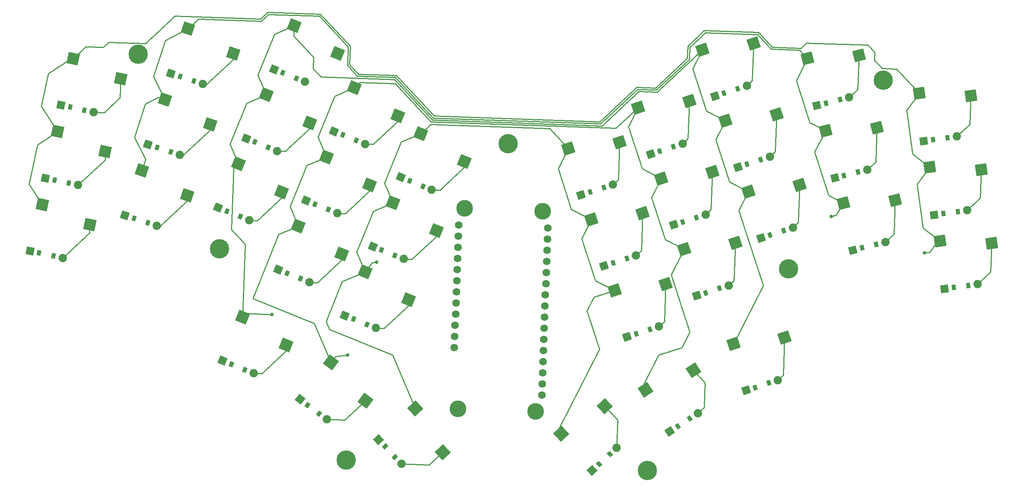
<source format=gbr>
%TF.GenerationSoftware,KiCad,Pcbnew,9.0.0*%
%TF.CreationDate,2025-06-15T19:28:49-07:00*%
%TF.ProjectId,flexible-determinist,666c6578-6962-46c6-952d-64657465726d,v1.0.0*%
%TF.SameCoordinates,Original*%
%TF.FileFunction,Copper,L2,Bot*%
%TF.FilePolarity,Positive*%
%FSLAX46Y46*%
G04 Gerber Fmt 4.6, Leading zero omitted, Abs format (unit mm)*
G04 Created by KiCad (PCBNEW 9.0.0) date 2025-06-15 19:28:49*
%MOMM*%
%LPD*%
G01*
G04 APERTURE LIST*
G04 Aperture macros list*
%AMRotRect*
0 Rectangle, with rotation*
0 The origin of the aperture is its center*
0 $1 length*
0 $2 width*
0 $3 Rotation angle, in degrees counterclockwise*
0 Add horizontal line*
21,1,$1,$2,0,0,$3*%
G04 Aperture macros list end*
%TA.AperFunction,SMDPad,CuDef*%
%ADD10RotRect,2.600000X2.600000X18.000000*%
%TD*%
%TA.AperFunction,SMDPad,CuDef*%
%ADD11RotRect,2.600000X2.600000X43.000000*%
%TD*%
%TA.AperFunction,ComponentPad*%
%ADD12RotRect,1.778000X1.778000X338.000000*%
%TD*%
%TA.AperFunction,SMDPad,CuDef*%
%ADD13RotRect,0.900000X1.200000X338.000000*%
%TD*%
%TA.AperFunction,ComponentPad*%
%ADD14C,1.905000*%
%TD*%
%TA.AperFunction,ComponentPad*%
%ADD15C,0.700000*%
%TD*%
%TA.AperFunction,ComponentPad*%
%ADD16C,4.400000*%
%TD*%
%TA.AperFunction,SMDPad,CuDef*%
%ADD17RotRect,2.600000X2.600000X338.000000*%
%TD*%
%TA.AperFunction,ComponentPad*%
%ADD18RotRect,1.778000X1.778000X18.000000*%
%TD*%
%TA.AperFunction,SMDPad,CuDef*%
%ADD19RotRect,0.900000X1.200000X18.000000*%
%TD*%
%TA.AperFunction,ComponentPad*%
%ADD20RotRect,1.778000X1.778000X14.000000*%
%TD*%
%TA.AperFunction,SMDPad,CuDef*%
%ADD21RotRect,0.900000X1.200000X14.000000*%
%TD*%
%TA.AperFunction,SMDPad,CuDef*%
%ADD22RotRect,2.600000X2.600000X8.000000*%
%TD*%
%TA.AperFunction,ComponentPad*%
%ADD23RotRect,1.778000X1.778000X342.000000*%
%TD*%
%TA.AperFunction,SMDPad,CuDef*%
%ADD24RotRect,0.900000X1.200000X342.000000*%
%TD*%
%TA.AperFunction,SMDPad,CuDef*%
%ADD25RotRect,2.600000X2.600000X323.000000*%
%TD*%
%TA.AperFunction,ComponentPad*%
%ADD26RotRect,1.778000X1.778000X33.000000*%
%TD*%
%TA.AperFunction,SMDPad,CuDef*%
%ADD27RotRect,0.900000X1.200000X33.000000*%
%TD*%
%TA.AperFunction,ComponentPad*%
%ADD28RotRect,1.778000X1.778000X313.000000*%
%TD*%
%TA.AperFunction,SMDPad,CuDef*%
%ADD29RotRect,0.900000X1.200000X313.000000*%
%TD*%
%TA.AperFunction,ComponentPad*%
%ADD30RotRect,1.778000X1.778000X348.000000*%
%TD*%
%TA.AperFunction,SMDPad,CuDef*%
%ADD31RotRect,0.900000X1.200000X348.000000*%
%TD*%
%TA.AperFunction,SMDPad,CuDef*%
%ADD32RotRect,2.600000X2.600000X348.000000*%
%TD*%
%TA.AperFunction,ComponentPad*%
%ADD33RotRect,1.778000X1.778000X8.000000*%
%TD*%
%TA.AperFunction,SMDPad,CuDef*%
%ADD34RotRect,0.900000X1.200000X8.000000*%
%TD*%
%TA.AperFunction,SMDPad,CuDef*%
%ADD35RotRect,2.600000X2.600000X14.000000*%
%TD*%
%TA.AperFunction,WasherPad*%
%ADD36C,3.810000*%
%TD*%
%TA.AperFunction,ComponentPad*%
%ADD37C,1.752600*%
%TD*%
%TA.AperFunction,SMDPad,CuDef*%
%ADD38RotRect,2.600000X2.600000X313.000000*%
%TD*%
%TA.AperFunction,SMDPad,CuDef*%
%ADD39RotRect,2.600000X2.600000X342.000000*%
%TD*%
%TA.AperFunction,ComponentPad*%
%ADD40RotRect,1.778000X1.778000X323.000000*%
%TD*%
%TA.AperFunction,SMDPad,CuDef*%
%ADD41RotRect,0.900000X1.200000X323.000000*%
%TD*%
%TA.AperFunction,SMDPad,CuDef*%
%ADD42RotRect,2.600000X2.600000X33.000000*%
%TD*%
%TA.AperFunction,ComponentPad*%
%ADD43RotRect,1.778000X1.778000X43.000000*%
%TD*%
%TA.AperFunction,SMDPad,CuDef*%
%ADD44RotRect,0.900000X1.200000X43.000000*%
%TD*%
%TA.AperFunction,ViaPad*%
%ADD45C,0.800000*%
%TD*%
%TA.AperFunction,Conductor*%
%ADD46C,0.250000*%
%TD*%
G04 APERTURE END LIST*
D10*
%TO.P,S25,1*%
%TO.N,D11*%
X219100675Y-115682801D03*
%TO.P,S25,2*%
%TO.N,mirror_middle_bottom*%
X230765215Y-114205978D03*
%TD*%
D11*
%TO.P,S36,1*%
%TO.N,D9*%
X176398981Y-170932525D03*
%TO.P,S36,2*%
%TO.N,mirror_space_cluster*%
X186346510Y-164664428D03*
%TD*%
D10*
%TO.P,S27,1*%
%TO.N,D11*%
X208594103Y-83346876D03*
%TO.P,S27,2*%
%TO.N,mirror_middle_top*%
X220258643Y-81870053D03*
%TD*%
D12*
%TO.P,D9,1*%
%TO.N,D5*%
X110951719Y-87808347D03*
D13*
X112954434Y-88617498D03*
%TO.P,D9,2*%
%TO.N,middle_top*%
X116014144Y-89853698D03*
D14*
X118016859Y-90662849D03*
%TD*%
D10*
%TO.P,S29,1*%
%TO.N,D12*%
X199200510Y-112685590D03*
%TO.P,S29,2*%
%TO.N,mirror_index_middle*%
X210865050Y-111208767D03*
%TD*%
D15*
%TO.P,_6,1*%
%TO.N,N/C*%
X248220254Y-90541990D03*
X248536449Y-89319362D03*
X248861205Y-91630104D03*
X250083833Y-91946299D03*
D16*
X249854198Y-90312355D03*
D15*
X249624563Y-88678411D03*
X250847191Y-88994606D03*
X251171947Y-91305348D03*
X251488142Y-90082720D03*
%TD*%
D17*
%TO.P,S8,1*%
%TO.N,D11*%
X109181394Y-93618226D03*
%TO.P,S8,2*%
%TO.N,middle_middle*%
X119066232Y-99984736D03*
%TD*%
D18*
%TO.P,D25,1*%
%TO.N,A1*%
X221975605Y-126262195D03*
D19*
X224029888Y-125594715D03*
%TO.P,D25,2*%
%TO.N,mirror_middle_bottom*%
X227168372Y-124574965D03*
D14*
X229222655Y-123907485D03*
%TD*%
D20*
%TO.P,D24,1*%
%TO.N,D25*%
X234682772Y-96036629D03*
D21*
X236778609Y-95514073D03*
%TO.P,D24,2*%
%TO.N,mirror_ring_top*%
X239980579Y-94715737D03*
D14*
X242076416Y-94193181D03*
%TD*%
D18*
%TO.P,D26,1*%
%TO.N,D24*%
X216722315Y-110094229D03*
D19*
X218776598Y-109426749D03*
%TO.P,D26,2*%
%TO.N,mirror_middle_middle*%
X221915082Y-108406999D03*
D14*
X223969365Y-107739519D03*
%TD*%
D17*
%TO.P,S16,1*%
%TO.N,D11*%
X103806240Y-144294716D03*
%TO.P,S16,2*%
%TO.N,outer_cluster*%
X113691078Y-150661226D03*
%TD*%
D22*
%TO.P,S21,1*%
%TO.N,A2*%
X258067677Y-93247822D03*
%TO.P,S21,2*%
%TO.N,mirror_pinkie_top*%
X269811454Y-93818962D03*
%TD*%
D18*
%TO.P,D34,1*%
%TO.N,A0*%
X218549355Y-161022238D03*
D19*
X220603638Y-160354758D03*
%TO.P,D34,2*%
%TO.N,mirror_outer_cluster*%
X223742122Y-159335008D03*
D14*
X225796405Y-158667528D03*
%TD*%
D23*
%TO.P,D6,1*%
%TO.N,D5*%
X87465399Y-88794048D03*
D24*
X89519677Y-89461524D03*
%TO.P,D6,2*%
%TO.N,ring_top*%
X92658165Y-90481280D03*
D14*
X94712443Y-91148756D03*
%TD*%
D12*
%TO.P,D16,1*%
%TO.N,D13*%
X99208258Y-154246971D03*
D13*
X101210973Y-155056122D03*
%TO.P,D16,2*%
%TO.N,outer_cluster*%
X104270683Y-156292322D03*
D14*
X106273398Y-157101473D03*
%TD*%
D15*
%TO.P,_2,1*%
%TO.N,N/C*%
X78363331Y-84037057D03*
X78593469Y-85278765D03*
X79078622Y-82996304D03*
X80320330Y-82766166D03*
D16*
X79977276Y-84380111D03*
D15*
X79634222Y-85994056D03*
X80875930Y-85763918D03*
X81361083Y-83481457D03*
X81591221Y-84723165D03*
%TD*%
D10*
%TO.P,S30,1*%
%TO.N,D12*%
X193947216Y-96517634D03*
%TO.P,S30,2*%
%TO.N,mirror_index_top*%
X205611756Y-95040811D03*
%TD*%
D25*
%TO.P,S17,1*%
%TO.N,D12*%
X123902403Y-154620859D03*
%TO.P,S17,2*%
%TO.N,mod_cluster*%
X131802647Y-163328823D03*
%TD*%
D17*
%TO.P,S7,1*%
%TO.N,D11*%
X102813071Y-109380348D03*
%TO.P,S7,2*%
%TO.N,middle_bottom*%
X112697909Y-115746858D03*
%TD*%
D26*
%TO.P,D35,1*%
%TO.N,A0*%
X201158154Y-170360147D03*
D27*
X202969683Y-169183729D03*
%TO.P,D35,2*%
%TO.N,mirror_mod_cluster*%
X205737297Y-167386421D03*
D14*
X207548826Y-166210003D03*
%TD*%
D28*
%TO.P,D18,1*%
%TO.N,D13*%
X134789510Y-172214123D03*
D29*
X136262627Y-173793848D03*
%TO.P,D18,2*%
%TO.N,space_cluster*%
X138513221Y-176207314D03*
D14*
X139986338Y-177787039D03*
%TD*%
D30*
%TO.P,D2,1*%
%TO.N,D6*%
X58837741Y-112601668D03*
D31*
X60950541Y-113050758D03*
%TO.P,D2,2*%
%TO.N,pinkie_middle*%
X64178431Y-113736866D03*
D14*
X66291231Y-114185956D03*
%TD*%
D18*
%TO.P,D29,1*%
%TO.N,D24*%
X202075426Y-123264989D03*
D19*
X204129709Y-122597509D03*
%TO.P,D29,2*%
%TO.N,mirror_index_middle*%
X207268193Y-121577759D03*
D14*
X209322476Y-120910279D03*
%TD*%
D18*
%TO.P,D31,1*%
%TO.N,A1*%
X191445775Y-148799494D03*
D19*
X193500058Y-148132014D03*
%TO.P,D31,2*%
%TO.N,mirror_inner_bottom*%
X196638542Y-147112264D03*
D14*
X198692825Y-146444784D03*
%TD*%
D10*
%TO.P,S31,1*%
%TO.N,D9*%
X188570849Y-138220092D03*
%TO.P,S31,2*%
%TO.N,mirror_inner_bottom*%
X200235389Y-136743269D03*
%TD*%
%TO.P,S34,1*%
%TO.N,D11*%
X215674429Y-150442849D03*
%TO.P,S34,2*%
%TO.N,mirror_outer_cluster*%
X227338969Y-148966026D03*
%TD*%
D32*
%TO.P,S2,1*%
%TO.N,A2*%
X61637680Y-102002185D03*
%TO.P,S2,2*%
%TO.N,pinkie_middle*%
X72477880Y-106555492D03*
%TD*%
D15*
%TO.P,_4,1*%
%TO.N,N/C*%
X126290186Y-175709731D03*
X127473067Y-175267469D03*
X125766488Y-176858880D03*
X128622216Y-175791167D03*
D16*
X127415483Y-176916464D03*
D15*
X126208750Y-178041761D03*
X129064478Y-176974048D03*
X127357899Y-178565459D03*
X128540780Y-178123197D03*
%TD*%
D10*
%TO.P,S28,1*%
%TO.N,D12*%
X204453800Y-128853555D03*
%TO.P,S28,2*%
%TO.N,mirror_index_bottom*%
X216118340Y-127376732D03*
%TD*%
D18*
%TO.P,D27,1*%
%TO.N,D25*%
X211469030Y-93926274D03*
D19*
X213523313Y-93258794D03*
%TO.P,D27,2*%
%TO.N,mirror_middle_top*%
X216661797Y-92239044D03*
D14*
X218716080Y-91571564D03*
%TD*%
D17*
%TO.P,S11,1*%
%TO.N,D12*%
X122873854Y-107778618D03*
%TO.P,S11,2*%
%TO.N,index_middle*%
X132758692Y-114145128D03*
%TD*%
D33*
%TO.P,D21,1*%
%TO.N,D25*%
X259061821Y-104165720D03*
D34*
X261200801Y-103865105D03*
%TO.P,D21,2*%
%TO.N,mirror_pinkie_top*%
X264468689Y-103405835D03*
D14*
X266607669Y-103105220D03*
%TD*%
D12*
%TO.P,D12,1*%
%TO.N,D5*%
X124644175Y-101968739D03*
D13*
X126646890Y-102777890D03*
%TO.P,D12,2*%
%TO.N,index_top*%
X129706600Y-104014090D03*
D14*
X131709315Y-104823241D03*
%TD*%
D33*
%TO.P,D19,1*%
%TO.N,A1*%
X263793709Y-137834828D03*
D34*
X265932689Y-137534213D03*
%TO.P,D19,2*%
%TO.N,mirror_pinkie_bottom*%
X269200577Y-137074943D03*
D14*
X271339557Y-136774328D03*
%TD*%
D15*
%TO.P,_5,1*%
%TO.N,N/C*%
X162658148Y-104716843D03*
X163181846Y-103567694D03*
X163100410Y-105899724D03*
X164364727Y-103125432D03*
D16*
X164307143Y-104774427D03*
D15*
X164249559Y-106423422D03*
X165513876Y-103649130D03*
X165432440Y-105981160D03*
X165956138Y-104832011D03*
%TD*%
D23*
%TO.P,D4,1*%
%TO.N,D10*%
X76958824Y-121129964D03*
D24*
X79013102Y-121797440D03*
%TO.P,D4,2*%
%TO.N,ring_bottom*%
X82151590Y-122817196D03*
D14*
X84205868Y-123484672D03*
%TD*%
D15*
%TO.P,_8,1*%
%TO.N,N/C*%
X194869815Y-180439456D03*
X194427553Y-179256575D03*
X196018964Y-180963154D03*
X194951251Y-178107426D03*
D16*
X196076548Y-179314159D03*
D15*
X197201845Y-180520892D03*
X196134132Y-177665164D03*
X197725543Y-179371743D03*
X197283281Y-178188862D03*
%TD*%
D35*
%TO.P,S24,1*%
%TO.N,A3*%
X232552840Y-85282460D03*
%TO.P,S24,2*%
%TO.N,mirror_ring_top*%
X244291982Y-84622914D03*
%TD*%
D32*
%TO.P,S1,1*%
%TO.N,A2*%
X58103181Y-118630690D03*
%TO.P,S1,2*%
%TO.N,pinkie_bottom*%
X68943381Y-123183997D03*
%TD*%
D15*
%TO.P,_7,1*%
%TO.N,N/C*%
X226687433Y-133773800D03*
X226786514Y-132514841D03*
X227507591Y-134734086D03*
X228766550Y-134833167D03*
D16*
X228256675Y-133263925D03*
D15*
X227746800Y-131694683D03*
X229005759Y-131793764D03*
X229726836Y-134013009D03*
X229825917Y-132754050D03*
%TD*%
D10*
%TO.P,S33,1*%
%TO.N,D9*%
X178064273Y-105884167D03*
%TO.P,S33,2*%
%TO.N,mirror_inner_top*%
X189728813Y-104407344D03*
%TD*%
D32*
%TO.P,S3,1*%
%TO.N,A2*%
X65172177Y-85373671D03*
%TO.P,S3,2*%
%TO.N,pinkie_top*%
X76012377Y-89926978D03*
%TD*%
D36*
%TO.P,_1,*%
%TO.N,*%
X152847892Y-165231875D03*
X170617061Y-165852388D03*
X154443497Y-119539726D03*
X172212666Y-120160239D03*
D37*
%TO.P,_1,1*%
%TO.N,VBAT*%
X152066212Y-151226063D03*
%TO.P,_1,2*%
%TO.N,EN*%
X152154857Y-148687610D03*
%TO.P,_1,3*%
%TO.N,VBUS*%
X152243501Y-146149157D03*
%TO.P,_1,4*%
%TO.N,D13*%
X152332142Y-143610705D03*
%TO.P,_1,5*%
%TO.N,D12*%
X152420787Y-141072251D03*
%TO.P,_1,6*%
%TO.N,D11*%
X152509435Y-138533799D03*
%TO.P,_1,7*%
%TO.N,D10*%
X152598081Y-135995346D03*
%TO.P,_1,8*%
%TO.N,D9*%
X152686725Y-133456894D03*
%TO.P,_1,9*%
%TO.N,D6*%
X152775369Y-130918440D03*
%TO.P,_1,10*%
%TO.N,D5*%
X152864013Y-128379988D03*
%TO.P,_1,11*%
%TO.N,SCL*%
X152952667Y-125841536D03*
%TO.P,_1,12*%
%TO.N,SDA*%
X153041304Y-123303083D03*
%TO.P,_1,13*%
%TO.N,RST*%
X172019254Y-162089031D03*
%TO.P,_1,14*%
%TO.N,V33*%
X172107891Y-159550578D03*
%TO.P,_1,15*%
X172196545Y-157012126D03*
%TO.P,_1,16*%
%TO.N,GND*%
X172285189Y-154473674D03*
%TO.P,_1,17*%
%TO.N,A0*%
X172373833Y-151935220D03*
%TO.P,_1,18*%
%TO.N,A1*%
X172462477Y-149396768D03*
%TO.P,_1,19*%
%TO.N,A2*%
X172551123Y-146858315D03*
%TO.P,_1,20*%
%TO.N,A3*%
X172639771Y-144319863D03*
%TO.P,_1,21*%
%TO.N,D24*%
X172728416Y-141781409D03*
%TO.P,_1,22*%
%TO.N,D25*%
X172817057Y-139242957D03*
%TO.P,_1,23*%
%TO.N,SCK*%
X172905701Y-136704504D03*
%TO.P,_1,24*%
%TO.N,MOSI*%
X172994346Y-134166051D03*
%TO.P,_1,25*%
%TO.N,MISO*%
X173082991Y-131627599D03*
%TO.P,_1,26*%
%TO.N,RX*%
X173171637Y-129089146D03*
%TO.P,_1,27*%
%TO.N,TX*%
X173260272Y-126550693D03*
%TO.P,_1,28*%
%TO.N,D4*%
X173348925Y-124012241D03*
%TD*%
D12*
%TO.P,D11,1*%
%TO.N,D6*%
X118275865Y-117730867D03*
D13*
X120278580Y-118540018D03*
%TO.P,D11,2*%
%TO.N,index_middle*%
X123338290Y-119776218D03*
D14*
X125341005Y-120585369D03*
%TD*%
D18*
%TO.P,D33,1*%
%TO.N,D25*%
X180939204Y-116463566D03*
D19*
X182993487Y-115796086D03*
%TO.P,D33,2*%
%TO.N,mirror_inner_top*%
X186131971Y-114776336D03*
D14*
X188186254Y-114108856D03*
%TD*%
D18*
%TO.P,D30,1*%
%TO.N,D25*%
X196822143Y-107097028D03*
D19*
X198876426Y-106429548D03*
%TO.P,D30,2*%
%TO.N,mirror_index_top*%
X202014910Y-105409798D03*
D14*
X204069193Y-104742318D03*
%TD*%
D33*
%TO.P,D20,1*%
%TO.N,D24*%
X261427770Y-121000268D03*
D34*
X263566750Y-120699653D03*
%TO.P,D20,2*%
%TO.N,mirror_pinkie_middle*%
X266834638Y-120240383D03*
D14*
X268973618Y-119939768D03*
%TD*%
D10*
%TO.P,S32,1*%
%TO.N,D9*%
X183317563Y-122052137D03*
%TO.P,S32,2*%
%TO.N,mirror_inner_middle*%
X194982103Y-120575314D03*
%TD*%
D17*
%TO.P,S15,1*%
%TO.N,D9*%
X144433043Y-102468150D03*
%TO.P,S15,2*%
%TO.N,inner_top*%
X154317881Y-108834660D03*
%TD*%
D12*
%TO.P,D15,1*%
%TO.N,D5*%
X139835061Y-112420386D03*
D13*
X141837776Y-113229537D03*
%TO.P,D15,2*%
%TO.N,inner_top*%
X144897486Y-114465737D03*
D14*
X146900201Y-115274888D03*
%TD*%
D12*
%TO.P,D14,1*%
%TO.N,D6*%
X133466748Y-128182515D03*
D13*
X135469463Y-128991666D03*
%TO.P,D14,2*%
%TO.N,inner_middle*%
X138529173Y-130227866D03*
D14*
X140531888Y-131037017D03*
%TD*%
D23*
%TO.P,D5,1*%
%TO.N,D6*%
X82212107Y-104962010D03*
D24*
X84266385Y-105629486D03*
%TO.P,D5,2*%
%TO.N,ring_middle*%
X87404873Y-106649242D03*
D14*
X89459151Y-107316718D03*
%TD*%
D17*
%TO.P,S10,1*%
%TO.N,D12*%
X116505536Y-123540736D03*
%TO.P,S10,2*%
%TO.N,index_bottom*%
X126390374Y-129907246D03*
%TD*%
%TO.P,S9,1*%
%TO.N,D11*%
X115549701Y-77856096D03*
%TO.P,S9,2*%
%TO.N,middle_top*%
X125434539Y-84222606D03*
%TD*%
D38*
%TO.P,S18,1*%
%TO.N,D9*%
X143162698Y-165137518D03*
%TO.P,S18,2*%
%TO.N,space_cluster*%
X149430795Y-175085047D03*
%TD*%
D22*
%TO.P,S19,1*%
%TO.N,A2*%
X262799559Y-126916936D03*
%TO.P,S19,2*%
%TO.N,mirror_pinkie_bottom*%
X274543336Y-127488076D03*
%TD*%
D39*
%TO.P,S5,1*%
%TO.N,A3*%
X86104661Y-94713257D03*
%TO.P,S5,2*%
%TO.N,ring_middle*%
X96409527Y-100374731D03*
%TD*%
D12*
%TO.P,D8,1*%
%TO.N,D6*%
X104583402Y-103570467D03*
D13*
X106586117Y-104379618D03*
%TO.P,D8,2*%
%TO.N,middle_middle*%
X109645827Y-105615818D03*
D14*
X111648542Y-106424969D03*
%TD*%
D17*
%TO.P,S12,1*%
%TO.N,D12*%
X129242158Y-92016480D03*
%TO.P,S12,2*%
%TO.N,index_top*%
X139126996Y-98382990D03*
%TD*%
D20*
%TO.P,D22,1*%
%TO.N,A1*%
X242908114Y-129026686D03*
D21*
X245003951Y-128504130D03*
%TO.P,D22,2*%
%TO.N,mirror_ring_bottom*%
X248205921Y-127705794D03*
D14*
X250301758Y-127183238D03*
%TD*%
D17*
%TO.P,S13,1*%
%TO.N,D9*%
X131696416Y-133992387D03*
%TO.P,S13,2*%
%TO.N,inner_bottom*%
X141581254Y-140358897D03*
%TD*%
D30*
%TO.P,D3,1*%
%TO.N,D5*%
X62372228Y-95973156D03*
D31*
X64485028Y-96422246D03*
%TO.P,D3,2*%
%TO.N,pinkie_top*%
X67712918Y-97108354D03*
D14*
X69825718Y-97557444D03*
%TD*%
D40*
%TO.P,D17,1*%
%TO.N,D13*%
X116885245Y-163043947D03*
D41*
X118610297Y-164343874D03*
%TO.P,D17,2*%
%TO.N,mod_cluster*%
X121245795Y-166329864D03*
D14*
X122970847Y-167629791D03*
%TD*%
D18*
%TO.P,D28,1*%
%TO.N,A1*%
X207328714Y-139432949D03*
D19*
X209382997Y-138765469D03*
%TO.P,D28,2*%
%TO.N,mirror_index_bottom*%
X212521481Y-137745719D03*
D14*
X214575764Y-137078239D03*
%TD*%
D17*
%TO.P,S14,1*%
%TO.N,D9*%
X138064729Y-118230271D03*
%TO.P,S14,2*%
%TO.N,inner_middle*%
X147949567Y-124596781D03*
%TD*%
D12*
%TO.P,D10,1*%
%TO.N,D10*%
X111907552Y-133492992D03*
D13*
X113910267Y-134302143D03*
%TO.P,D10,2*%
%TO.N,index_bottom*%
X116969977Y-135538343D03*
D14*
X118972692Y-136347494D03*
%TD*%
D18*
%TO.P,D32,1*%
%TO.N,D24*%
X186192476Y-132631525D03*
D19*
X188246759Y-131964045D03*
%TO.P,D32,2*%
%TO.N,mirror_inner_middle*%
X191385243Y-130944295D03*
D14*
X193439526Y-130276815D03*
%TD*%
D12*
%TO.P,D13,1*%
%TO.N,D10*%
X127098432Y-143944644D03*
D13*
X129101147Y-144753795D03*
%TO.P,D13,2*%
%TO.N,inner_bottom*%
X132160857Y-145989995D03*
D14*
X134163572Y-146799146D03*
%TD*%
D20*
%TO.P,D23,1*%
%TO.N,D24*%
X238795451Y-112531656D03*
D21*
X240891288Y-112009100D03*
%TO.P,D23,2*%
%TO.N,mirror_ring_middle*%
X244093258Y-111210764D03*
D14*
X246189095Y-110688208D03*
%TD*%
D15*
%TO.P,_3,1*%
%TO.N,N/C*%
X96996191Y-128115524D03*
X97881340Y-127214791D03*
X97007213Y-129378330D03*
X99144146Y-127203769D03*
D16*
X98526046Y-128733624D03*
D15*
X97907946Y-130263479D03*
X100044879Y-128088918D03*
X99170752Y-130252457D03*
X100055901Y-129351724D03*
%TD*%
D42*
%TO.P,S35,1*%
%TO.N,D12*%
X195643038Y-160885322D03*
%TO.P,S35,2*%
%TO.N,mirror_mod_cluster*%
X206527890Y-156439816D03*
%TD*%
D35*
%TO.P,S23,1*%
%TO.N,A3*%
X236665508Y-101777487D03*
%TO.P,S23,2*%
%TO.N,mirror_ring_middle*%
X248404650Y-101117941D03*
%TD*%
D12*
%TO.P,D7,1*%
%TO.N,D10*%
X98215100Y-119332598D03*
D13*
X100217815Y-120141749D03*
%TO.P,D7,2*%
%TO.N,middle_bottom*%
X103277525Y-121377949D03*
D14*
X105280240Y-122187100D03*
%TD*%
D10*
%TO.P,S26,1*%
%TO.N,D11*%
X213847392Y-99514840D03*
%TO.P,S26,2*%
%TO.N,mirror_middle_middle*%
X225511932Y-98038017D03*
%TD*%
D30*
%TO.P,D1,1*%
%TO.N,D10*%
X55303229Y-129230173D03*
D31*
X57416029Y-129679263D03*
%TO.P,D1,2*%
%TO.N,pinkie_bottom*%
X60643919Y-130365371D03*
D14*
X62756719Y-130814461D03*
%TD*%
D39*
%TO.P,S4,1*%
%TO.N,A3*%
X80851370Y-110881224D03*
%TO.P,S4,2*%
%TO.N,ring_bottom*%
X91156236Y-116542698D03*
%TD*%
D22*
%TO.P,S20,1*%
%TO.N,A2*%
X260433617Y-110082380D03*
%TO.P,S20,2*%
%TO.N,mirror_pinkie_middle*%
X272177394Y-110653520D03*
%TD*%
D39*
%TO.P,S6,1*%
%TO.N,A3*%
X91357953Y-78545300D03*
%TO.P,S6,2*%
%TO.N,ring_top*%
X101662819Y-84206774D03*
%TD*%
D43*
%TO.P,D36,1*%
%TO.N,A0*%
X183475594Y-179305711D03*
D44*
X185055319Y-177832594D03*
%TO.P,D36,2*%
%TO.N,mirror_space_cluster*%
X187468785Y-175582000D03*
D14*
X189048510Y-174108883D03*
%TD*%
D35*
%TO.P,S22,1*%
%TO.N,A3*%
X240778179Y-118272515D03*
%TO.P,S22,2*%
%TO.N,mirror_ring_bottom*%
X252517321Y-117612969D03*
%TD*%
D45*
%TO.N,A2*%
X259225963Y-129656610D03*
%TO.N,A3*%
X237952035Y-121334919D03*
%TO.N,D11*%
X110423354Y-143704140D03*
%TO.N,D12*%
X127720832Y-152955477D03*
%TO.N,D9*%
X134380106Y-131762697D03*
%TD*%
D46*
%TO.N,A2*%
X260433623Y-110082380D02*
X257495726Y-113981099D01*
X262300032Y-126987142D02*
X260414290Y-129489602D01*
X247858167Y-83933331D02*
X247795348Y-85732237D01*
X64820940Y-85299018D02*
X65172179Y-85373668D01*
X258067673Y-93247824D02*
X255129785Y-97146531D01*
X246314977Y-82278468D02*
X247858167Y-83933331D01*
X249531429Y-87593954D02*
X252905229Y-87711773D01*
X61637677Y-102002183D02*
X57875496Y-96208922D01*
X232284923Y-81788526D02*
X246314977Y-82278468D01*
X65172181Y-85373670D02*
X68083821Y-82658519D01*
X185209322Y-99769939D02*
X193637744Y-91910286D01*
X58103180Y-118630689D02*
X55111230Y-114023487D01*
X260414290Y-129489602D02*
X259225963Y-129656610D01*
X59453570Y-88784628D02*
X64820940Y-85299018D01*
X71990768Y-82794950D02*
X73253143Y-81617761D01*
X256534905Y-107144489D02*
X260433623Y-110082380D01*
X205259341Y-82463123D02*
X209035542Y-78941763D01*
X262799560Y-126916930D02*
X262300032Y-126987142D01*
X224499038Y-82744871D02*
X231015353Y-82972423D01*
X128311784Y-82539926D02*
X128165210Y-86737364D01*
X109532109Y-74815632D02*
X121498437Y-75233503D01*
X55111230Y-114023487D02*
X57030479Y-104994139D01*
X81641210Y-81910682D02*
X88326975Y-75676110D01*
X88326975Y-75676110D02*
X107877246Y-76358810D01*
X252905229Y-87711773D02*
X258067677Y-93247823D01*
X258900847Y-123979037D02*
X262799570Y-126916938D01*
X193637744Y-91910286D02*
X197927738Y-92060105D01*
X247795348Y-85732237D02*
X249531429Y-87593954D01*
X121498437Y-75233503D02*
X128311784Y-82539926D01*
X205159706Y-85316174D02*
X205259341Y-82463123D01*
X68083821Y-82658519D02*
X71990768Y-82794950D01*
X65172182Y-85373667D02*
X65759193Y-85520029D01*
X221353718Y-79371931D02*
X224499038Y-82744871D01*
X57030479Y-104994139D02*
X61637677Y-102002183D01*
X257495726Y-113981099D02*
X258900847Y-123979037D01*
X197927738Y-92060105D02*
X205159706Y-85316174D01*
X81641210Y-81910686D02*
X81641210Y-81910682D01*
X57875496Y-96208922D02*
X59453570Y-88784628D01*
X209035542Y-78941763D02*
X221353718Y-79371931D01*
X107877246Y-76358810D02*
X109532109Y-74815632D01*
X147439771Y-98450991D02*
X185209322Y-99769939D01*
X73253143Y-81617761D02*
X81641210Y-81910686D01*
X128165210Y-86737364D02*
X130175983Y-88893670D01*
X255129785Y-97146531D02*
X256534905Y-107144489D01*
X138808541Y-89195130D02*
X147439771Y-98450991D01*
X130175983Y-88893670D02*
X138808541Y-89195130D01*
X231015353Y-82972423D02*
X232284923Y-81788526D01*
%TO.N,pinkie_bottom*%
X68943382Y-123184001D02*
X68876197Y-125107964D01*
X68876197Y-125107964D02*
X62756721Y-130814465D01*
%TO.N,pinkie_middle*%
X72477877Y-106555490D02*
X72410690Y-108479461D01*
X72410690Y-108479461D02*
X66291224Y-114185956D01*
%TO.N,pinkie_top*%
X75860744Y-94268937D02*
X72243707Y-97641880D01*
X72243707Y-97641880D02*
X69825716Y-97557449D01*
X76012371Y-89926982D02*
X75860744Y-94268937D01*
%TO.N,A3*%
X232552838Y-85282461D02*
X229973934Y-90343855D01*
X81685856Y-108312924D02*
X79149630Y-103335292D01*
X121296001Y-75677716D02*
X127854535Y-82710892D01*
X240778177Y-118272510D02*
X239111848Y-121045746D01*
X237406632Y-116554635D02*
X240778175Y-118272513D01*
X80851368Y-110881228D02*
X81685856Y-108312924D01*
X224296606Y-83189071D02*
X230812919Y-83416631D01*
X81621768Y-95726843D02*
X84582004Y-94218525D01*
X93747854Y-76316676D02*
X108048200Y-76816064D01*
X79149630Y-103335292D02*
X81621768Y-95726843D01*
X147237321Y-98895199D02*
X185380277Y-100227175D01*
X185380277Y-100227175D02*
X193808700Y-92367531D01*
X127707967Y-86908330D02*
X129973550Y-89337871D01*
X86104659Y-94713262D02*
X83440022Y-89483619D01*
X221239632Y-79910866D02*
X224296606Y-83189071D01*
X138606102Y-89639336D02*
X147237321Y-98895199D01*
X236665501Y-101777488D02*
X234186242Y-106643305D01*
X91357942Y-78545306D02*
X93747854Y-76316676D01*
X230812919Y-83416631D02*
X232552838Y-85282460D01*
X234186242Y-106643305D02*
X237406632Y-116554635D01*
X209273849Y-79493016D02*
X221239632Y-79910866D01*
X229973934Y-90343855D02*
X233098375Y-99959955D01*
X198098689Y-92517346D02*
X205603912Y-85518607D01*
X127854535Y-82710892D02*
X127707967Y-86908330D01*
X108048200Y-76816064D02*
X109703065Y-75272877D01*
X193808700Y-92367531D02*
X198098689Y-92517346D01*
X129973550Y-89337871D02*
X138606102Y-89639336D01*
X84582004Y-94218525D02*
X86104659Y-94713262D01*
X239111848Y-121045746D02*
X237952035Y-121334919D01*
X86128301Y-81209942D02*
X91357941Y-78545304D01*
X109703065Y-75272877D02*
X121296001Y-75677716D01*
X205697881Y-82827659D02*
X209273849Y-79493016D01*
X205603912Y-85518607D02*
X205697881Y-82827659D01*
X83440022Y-89483619D02*
X86128301Y-81209942D01*
X233098375Y-99959955D02*
X236665501Y-101777488D01*
%TO.N,ring_bottom*%
X91156234Y-116542697D02*
X91109043Y-117894252D01*
X85081266Y-123515248D02*
X84205867Y-123484677D01*
X91109043Y-117894252D02*
X85081266Y-123515248D01*
%TO.N,ring_middle*%
X96362327Y-101726302D02*
X90334561Y-107347295D01*
X90334561Y-107347295D02*
X89459156Y-107316725D01*
X96409527Y-100374741D02*
X96362327Y-101726302D01*
%TO.N,ring_top*%
X101615619Y-85558335D02*
X95587840Y-91179331D01*
X95587840Y-91179331D02*
X94712446Y-91148760D01*
X101662809Y-84206784D02*
X101615619Y-85558335D01*
%TO.N,D11*%
X111056053Y-79763537D02*
X115549699Y-77856098D01*
X222446729Y-137151473D02*
X216884429Y-120032456D01*
X104385910Y-127695297D02*
X101242553Y-124324464D01*
X115467492Y-80210285D02*
X119968559Y-85037090D01*
X110423354Y-143704140D02*
X104655550Y-143502724D01*
X216884429Y-120032456D02*
X219100673Y-115682813D01*
X109181396Y-93618225D02*
X107273955Y-89124569D01*
X119877814Y-87635503D02*
X121613902Y-89497225D01*
X104687744Y-95525661D02*
X109181396Y-93618225D01*
X102813073Y-109380342D02*
X100905642Y-104886699D01*
X208594107Y-83346877D02*
X206377849Y-87696520D01*
X147034901Y-99339400D02*
X185713319Y-100690078D01*
X194141750Y-92830442D02*
X198269647Y-92974587D01*
X206377849Y-87696520D02*
X209497746Y-97298584D01*
X104655550Y-143502724D02*
X103806242Y-144294719D01*
X119968559Y-85037090D02*
X119877814Y-87635503D01*
X198269647Y-92974587D02*
X208594111Y-83346878D01*
X100905642Y-104886699D02*
X104687744Y-95525661D01*
X209497746Y-97298584D02*
X213847388Y-99514836D01*
X101242553Y-124324464D02*
X101729119Y-110391162D01*
X103806244Y-144294724D02*
X104385910Y-127695297D01*
X115549695Y-77856094D02*
X115467492Y-80210285D01*
X185713319Y-100690078D02*
X194141750Y-92830442D01*
X121613902Y-89497225D02*
X138403664Y-90083532D01*
X138403664Y-90083532D02*
X138693015Y-90393817D01*
X215674425Y-150442845D02*
X222446729Y-137151473D01*
X101729119Y-110391162D02*
X102813077Y-109380351D01*
X214751042Y-113466551D02*
X219100673Y-115682813D01*
X107273955Y-89124569D02*
X111056053Y-79763537D01*
X213847388Y-99514836D02*
X211631138Y-103864478D01*
X138693015Y-90393817D02*
X147034901Y-99339400D01*
X211631138Y-103864478D02*
X214751042Y-113466551D01*
%TO.N,middle_bottom*%
X112649638Y-117129446D02*
X107155733Y-122252596D01*
X107155733Y-122252596D02*
X105280239Y-122187094D01*
X112697917Y-115746856D02*
X112649638Y-117129446D01*
%TO.N,middle_middle*%
X113524055Y-106490469D02*
X111648554Y-106424969D01*
X119066234Y-99984730D02*
X119017948Y-101367322D01*
X119017948Y-101367322D02*
X113524055Y-106490469D01*
%TO.N,D12*%
X120117728Y-145704732D02*
X106152076Y-140062241D01*
X195227139Y-159605337D02*
X198632497Y-152921960D01*
X199200509Y-112685586D02*
X196984253Y-117035244D01*
X193947219Y-96517633D02*
X191730962Y-100867273D01*
X124748514Y-93923926D02*
X129242161Y-92016482D01*
X193947221Y-96517634D02*
X188870644Y-101251608D01*
X124936433Y-153297357D02*
X127720832Y-152955477D01*
X116505537Y-123540736D02*
X114598091Y-119047083D01*
X200104151Y-126637300D02*
X204453802Y-128853561D01*
X196984253Y-117035244D02*
X200104151Y-126637300D01*
X123902403Y-154620857D02*
X124936433Y-153297357D01*
X201481943Y-134686146D02*
X204453802Y-128853561D01*
X118380198Y-109686049D02*
X122873847Y-107778611D01*
X146670369Y-99777948D02*
X138568646Y-91089907D01*
X120966409Y-103284963D02*
X124748514Y-93923926D01*
X106129195Y-140008346D02*
X112011884Y-125448176D01*
X188870644Y-101251608D02*
X146670369Y-99777948D01*
X123902396Y-154620875D02*
X120117728Y-145704732D01*
X130536575Y-90809418D02*
X129242155Y-92016483D01*
X138568646Y-91089907D02*
X130536575Y-90809418D01*
X194850860Y-110469337D02*
X199200509Y-112685586D01*
X114598091Y-119047083D02*
X118380198Y-109686049D01*
X198632497Y-152921960D02*
X203906267Y-151208414D01*
X205703974Y-147680204D02*
X201481943Y-134686146D01*
X195643037Y-160885323D02*
X195227139Y-159605337D01*
X122873847Y-107778611D02*
X120966409Y-103284963D01*
X106152076Y-140062241D02*
X106129195Y-140008346D01*
X112011884Y-125448176D02*
X116505537Y-123540736D01*
X203906267Y-151208414D02*
X205703974Y-147680204D01*
X191730962Y-100867273D02*
X194850860Y-110469337D01*
%TO.N,index_bottom*%
X120848186Y-136412988D02*
X118972689Y-136347494D01*
X126390373Y-129907246D02*
X126342093Y-131289835D01*
X126342093Y-131289835D02*
X120848186Y-136412988D01*
%TO.N,index_middle*%
X132710407Y-115527715D02*
X127216508Y-120650859D01*
X127216508Y-120650859D02*
X125341000Y-120585369D01*
X132758685Y-114145125D02*
X132710407Y-115527715D01*
%TO.N,index_top*%
X139078715Y-99765587D02*
X133584817Y-104888732D01*
X139126993Y-98382994D02*
X139078715Y-99765587D01*
X133584817Y-104888732D02*
X131709318Y-104823241D01*
%TO.N,D9*%
X129788977Y-129498736D02*
X133571078Y-120137707D01*
X143162691Y-165137515D02*
X137976782Y-152920251D01*
X131696419Y-133992392D02*
X133338530Y-131890582D01*
X123583124Y-147104849D02*
X122809531Y-145282348D01*
X183317566Y-122052132D02*
X181101310Y-126401777D01*
X139939384Y-104375578D02*
X144433044Y-102468137D01*
X122809531Y-145282348D02*
X126475583Y-136208503D01*
X137976782Y-152920251D02*
X123583124Y-147104849D01*
X185108685Y-151604651D02*
X182275598Y-142885286D01*
X176398978Y-170932529D02*
X175955736Y-169568343D01*
X173813886Y-101326185D02*
X178064276Y-105884162D01*
X146673980Y-100378434D02*
X173813886Y-101326185D01*
X183875262Y-139745788D02*
X188570847Y-138220093D01*
X131696424Y-133992392D02*
X129788977Y-129498736D01*
X136157287Y-113736619D02*
X139939384Y-104375578D01*
X144433039Y-102468141D02*
X146673980Y-100378434D01*
X126475583Y-136208503D02*
X131696424Y-133992392D01*
X184221208Y-136003844D02*
X188570847Y-138220093D01*
X133571078Y-120137707D02*
X138064732Y-118230268D01*
X138064732Y-118230268D02*
X136157287Y-113736619D01*
X133338530Y-131890582D02*
X134380106Y-131762697D01*
X178064276Y-105884162D02*
X175734460Y-110456688D01*
X178745054Y-119722315D02*
X183317566Y-122052132D01*
X175734460Y-110456688D02*
X178745054Y-119722315D01*
X181101310Y-126401777D02*
X184221208Y-136003844D01*
X182275598Y-142885286D02*
X183875262Y-139745788D01*
X175955736Y-169568343D02*
X185108685Y-151604651D01*
%TO.N,inner_bottom*%
X136039078Y-146864635D02*
X134163577Y-146799148D01*
X141532975Y-141741490D02*
X136039078Y-146864635D01*
X141581260Y-140358902D02*
X141532975Y-141741490D01*
%TO.N,inner_middle*%
X142407391Y-131102505D02*
X140531881Y-131037015D01*
X147901287Y-125979367D02*
X142407391Y-131102505D01*
X147949564Y-124596774D02*
X147901287Y-125979367D01*
%TO.N,inner_top*%
X154269599Y-110217245D02*
X148775702Y-115340385D01*
X154317886Y-108834657D02*
X154269599Y-110217245D01*
X148775702Y-115340385D02*
X146900207Y-115274893D01*
%TO.N,outer_cluster*%
X113642801Y-152043815D02*
X108148897Y-157166970D01*
X108148897Y-157166970D02*
X106273397Y-157101471D01*
X113691073Y-150661235D02*
X113642801Y-152043815D01*
%TO.N,mod_cluster*%
X131802638Y-163328828D02*
X127038122Y-167771823D01*
X127038122Y-167771823D02*
X122970854Y-167629786D01*
%TO.N,space_cluster*%
X146296949Y-178007408D02*
X139986336Y-177787042D01*
X149430799Y-175085044D02*
X146296949Y-178007408D01*
%TO.N,mirror_pinkie_bottom*%
X274315984Y-133998758D02*
X271339551Y-136774327D01*
X274543339Y-127488082D02*
X274315984Y-133998758D01*
%TO.N,mirror_pinkie_middle*%
X272177392Y-110653518D02*
X271950040Y-117164208D01*
X271950040Y-117164208D02*
X268973615Y-119939764D01*
%TO.N,mirror_pinkie_top*%
X269811459Y-93818956D02*
X269584102Y-100329638D01*
X269584102Y-100329638D02*
X266607666Y-103105217D01*
%TO.N,mirror_ring_bottom*%
X252246447Y-125369792D02*
X250301770Y-127183236D01*
X252517325Y-117612973D02*
X252246447Y-125369792D01*
%TO.N,mirror_ring_middle*%
X248133778Y-108874772D02*
X246189097Y-110688214D01*
X248404648Y-101117943D02*
X248133778Y-108874772D01*
%TO.N,mirror_ring_top*%
X244291980Y-84622918D02*
X244021095Y-92379750D01*
X244021095Y-92379750D02*
X242076421Y-94193186D01*
%TO.N,mirror_middle_bottom*%
X230466952Y-122747160D02*
X229222654Y-123907481D01*
X230765224Y-114205985D02*
X230466952Y-122747160D01*
%TO.N,mirror_middle_middle*%
X225511938Y-98038014D02*
X225213665Y-106579187D01*
X225213665Y-106579187D02*
X223969366Y-107739522D01*
%TO.N,mirror_middle_top*%
X220258645Y-81870058D02*
X219960386Y-90411225D01*
X219960386Y-90411225D02*
X218716086Y-91571560D01*
%TO.N,mirror_index_bottom*%
X215820081Y-135917894D02*
X214575774Y-137078245D01*
X216118347Y-127376736D02*
X215820081Y-135917894D01*
%TO.N,mirror_index_middle*%
X210566780Y-119749956D02*
X209322476Y-120910287D01*
X210865055Y-111208776D02*
X210566780Y-119749956D01*
%TO.N,mirror_index_top*%
X205611762Y-95040809D02*
X205313490Y-103581988D01*
X205313490Y-103581988D02*
X204069187Y-104742327D01*
%TO.N,mirror_inner_bottom*%
X199937124Y-145284440D02*
X198692824Y-146444771D01*
X200235393Y-136743272D02*
X199937124Y-145284440D01*
%TO.N,mirror_inner_middle*%
X194982098Y-120575313D02*
X194683838Y-129116482D01*
X194683838Y-129116482D02*
X193439532Y-130276816D01*
%TO.N,mirror_inner_top*%
X189430540Y-112948526D02*
X188186240Y-114108851D01*
X189728809Y-104407343D02*
X189430540Y-112948526D01*
%TO.N,mirror_outer_cluster*%
X227040709Y-157507194D02*
X225796404Y-158667519D01*
X227338970Y-148966019D02*
X227040709Y-157507194D01*
%TO.N,mirror_mod_cluster*%
X209010662Y-164846803D02*
X207548821Y-166210001D01*
X209204034Y-159309631D02*
X209010662Y-164846803D01*
X206527894Y-156439825D02*
X209204034Y-159309631D01*
%TO.N,mirror_space_cluster*%
X186346510Y-164664419D02*
X189268871Y-167798273D01*
X189268871Y-167798273D02*
X189048504Y-174108891D01*
%TD*%
M02*

</source>
